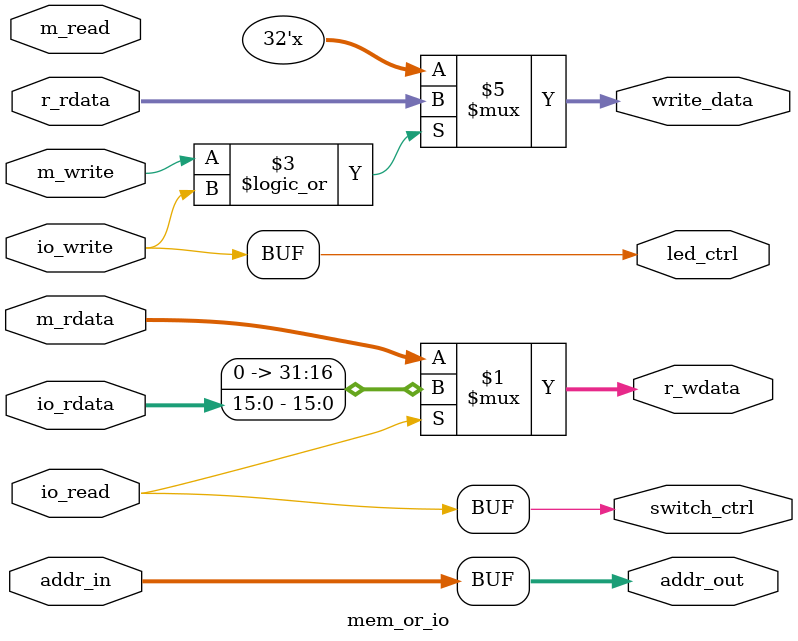
<source format=v>
`timescale 1ns / 1ps


module mem_or_io(
    input m_read, // read memory, from control32
    input m_write, // write memory, from control32
    input io_read, // read IO, from control32
    input io_write, // write IO, from control32
    input [31:0] addr_in, // from alu_result in executs32
    input [31:0] m_rdata, // data read from memory
    input [15:0] io_rdata, // data read from io,16 bits
    input [31:0] r_rdata, // data read from idecode32(register file)
    
    output [31:0] r_wdata, // data to idecode32(register file)
    output [31:0] addr_out, // address to memory
    output reg [31:0] write_data, // data to memory or I/O£¨m_wdata, io_wdata£©
    output led_ctrl, // LED Chip Select
    output switch_ctrl // Switch
);
    assign addr_out = addr_in;
    assign r_wdata = io_read ? {16'h0000, io_rdata} : m_rdata;
    assign led_ctrl = io_write;
    assign switch_ctrl = io_read;
    
    always @* begin
        if (m_write || io_write) begin
            write_data = r_rdata;
        end
        else begin
            write_data = 32'hZZZZZZZZ;
        end
    end
endmodule

</source>
